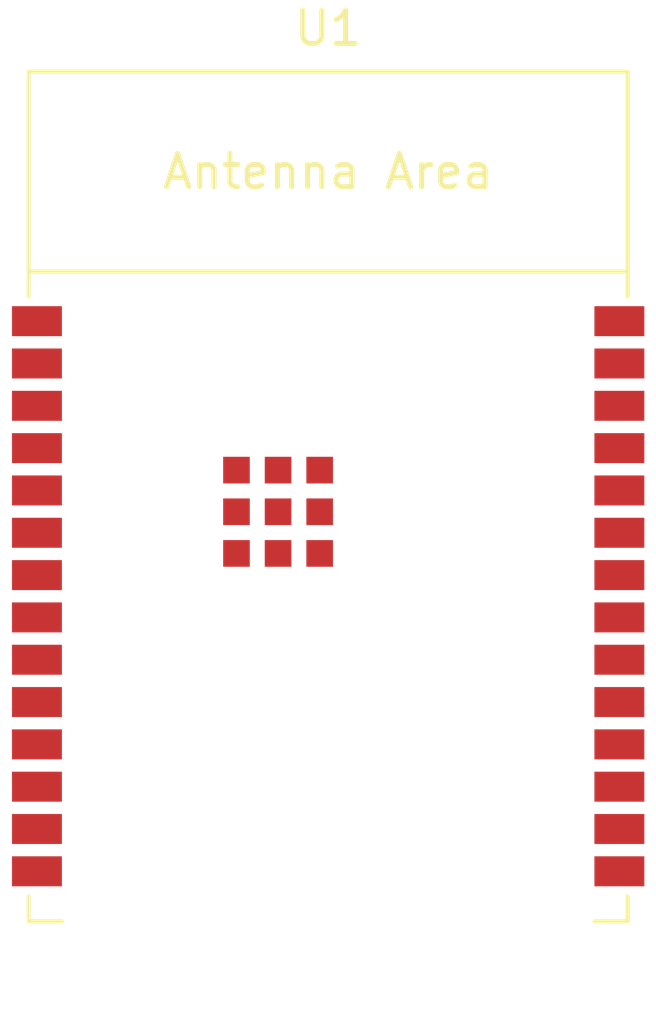
<source format=kicad_pcb>
(kicad_pcb (version 20241229) (generator "pcbnew") (generator_version "9.0")
  (layers (0 "F.Cu" signal) (2 "B.Cu" signal) (13 "F.Paste" user) (15 "B.Paste" user) (5 "F.SilkS" user "F.Silkscreen") (7 "B.SilkS" user "B.Silkscreen") (1 "F.Mask" user) (3 "B.Mask" user) (25 "Edge.Cuts" user))
  (net 0 "")
  (net 1 "Net-(U1-GND-Pad1)")
  (footprint "PCM_Espressif:ESP32-C6-WROOM-1" (layer "F.Cu") (at 149.75 100.25)
    (property "Reference" "U1" (at 0 -17.05 0) (layer "F.SilkS"))
    (property "Value" "ESP32-C6-WROOM-1")
    (fp_line (start -9 -15.75) (end -9 -9) (stroke (width 0.12)) (layer "F.SilkS"))
    (fp_line (start -9 -15.75) (end 9 -15.75) (stroke (width 0.12)) (layer "F.SilkS"))
    (fp_line (start -9 9) (end -9 9.75) (stroke (width 0.12)) (layer "F.SilkS"))
    (fp_line (start -9 9.75) (end -8 9.75) (stroke (width 0.12)) (layer "F.SilkS"))
    (fp_line (start 9 -15.75) (end 9 -9) (stroke (width 0.12)) (layer "F.SilkS"))
    (fp_line (start 9 -9.75) (end -9 -9.75) (stroke (width 0.12)) (layer "F.SilkS"))
    (fp_line (start 9 9) (end 9 9.75) (stroke (width 0.12)) (layer "F.SilkS"))
    (fp_line (start 9 9.75) (end 8 9.75) (stroke (width 0.12)) (layer "F.SilkS"))
    (fp_text user "Antenna Area" (at 0 -12.75 0) (layer "F.SilkS"))
    (pad "1" smd rect (at -8.75 -8.26) (size 1.5 0.9) (layers "F.Cu" "F.Mask" "F.Paste") (net 1 "Net-(U1-GND-Pad1)"))
    (pad "2" smd rect (at -8.75 -6.99) (size 1.5 0.9) (layers "F.Cu" "F.Mask" "F.Paste"))
    (pad "3" smd rect (at -8.75 -5.72) (size 1.5 0.9) (layers "F.Cu" "F.Mask" "F.Paste"))
    (pad "4" smd rect (at -8.75 -4.45) (size 1.5 0.9) (layers "F.Cu" "F.Mask" "F.Paste"))
    (pad "5" smd rect (at -8.75 -3.18) (size 1.5 0.9) (layers "F.Cu" "F.Mask" "F.Paste"))
    (pad "6" smd rect (at -8.75 -1.91) (size 1.5 0.9) (layers "F.Cu" "F.Mask" "F.Paste"))
    (pad "7" smd rect (at -8.75 -0.64) (size 1.5 0.9) (layers "F.Cu" "F.Mask" "F.Paste"))
    (pad "8" smd rect (at -8.75 0.63) (size 1.5 0.9) (layers "F.Cu" "F.Mask" "F.Paste"))
    (pad "9" smd rect (at -8.75 1.9) (size 1.5 0.9) (layers "F.Cu" "F.Mask" "F.Paste"))
    (pad "10" smd rect (at -8.75 3.17) (size 1.5 0.9) (layers "F.Cu" "F.Mask" "F.Paste"))
    (pad "11" smd rect (at -8.75 4.44) (size 1.5 0.9) (layers "F.Cu" "F.Mask" "F.Paste"))
    (pad "12" smd rect (at -8.75 5.71) (size 1.5 0.9) (layers "F.Cu" "F.Mask" "F.Paste"))
    (pad "13" smd rect (at -8.75 6.98) (size 1.5 0.9) (layers "F.Cu" "F.Mask" "F.Paste"))
    (pad "14" smd rect (at -8.75 8.25) (size 1.5 0.9) (layers "F.Cu" "F.Mask" "F.Paste"))
    (pad "15" smd rect (at 8.75 8.25 180) (size 1.5 0.9) (layers "F.Cu" "F.Mask" "F.Paste"))
    (pad "16" smd rect (at 8.75 6.98 180) (size 1.5 0.9) (layers "F.Cu" "F.Mask" "F.Paste"))
    (pad "17" smd rect (at 8.75 5.71 180) (size 1.5 0.9) (layers "F.Cu" "F.Mask" "F.Paste"))
    (pad "18" smd rect (at 8.75 4.44 180) (size 1.5 0.9) (layers "F.Cu" "F.Mask" "F.Paste"))
    (pad "19" smd rect (at 8.75 3.17 180) (size 1.5 0.9) (layers "F.Cu" "F.Mask" "F.Paste"))
    (pad "20" smd rect (at 8.75 1.9 180) (size 1.5 0.9) (layers "F.Cu" "F.Mask" "F.Paste"))
    (pad "21" smd rect (at 8.75 0.63 180) (size 1.5 0.9) (layers "F.Cu" "F.Mask" "F.Paste"))
    (pad "22" smd rect (at 8.75 -0.64 180) (size 1.5 0.9) (layers "F.Cu" "F.Mask" "F.Paste"))
    (pad "23" smd rect (at 8.75 -1.91 180) (size 1.5 0.9) (layers "F.Cu" "F.Mask" "F.Paste"))
    (pad "24" smd rect (at 8.75 -3.18 180) (size 1.5 0.9) (layers "F.Cu" "F.Mask" "F.Paste"))
    (pad "25" smd rect (at 8.75 -4.45 180) (size 1.5 0.9) (layers "F.Cu" "F.Mask" "F.Paste"))
    (pad "26" smd rect (at 8.75 -5.72 180) (size 1.5 0.9) (layers "F.Cu" "F.Mask" "F.Paste"))
    (pad "27" smd rect (at 8.75 -6.99 180) (size 1.5 0.9) (layers "F.Cu" "F.Mask" "F.Paste"))
    (pad "28" smd rect (at 8.75 -8.26 180) (size 1.5 0.9) (layers "F.Cu" "F.Mask" "F.Paste") (net 1 "Net-(U1-GND-Pad1)"))
    (pad "29" smd rect (at -2.755 -3.79 180) (size 0.8 0.8) (layers "F.Cu" "F.Mask" "F.Paste") (net 1 "Net-(U1-GND-Pad1)"))
    (pad "29" smd rect (at -2.755 -2.54 180) (size 0.8 0.8) (layers "F.Cu" "F.Mask" "F.Paste") (net 1 "Net-(U1-GND-Pad1)"))
    (pad "29" smd rect (at -2.755 -1.29 180) (size 0.8 0.8) (layers "F.Cu" "F.Mask" "F.Paste") (net 1 "Net-(U1-GND-Pad1)"))
    (pad "29" smd rect (at -1.505 -3.79 180) (size 0.8 0.8) (layers "F.Cu" "F.Mask" "F.Paste") (net 1 "Net-(U1-GND-Pad1)"))
    (pad "29" smd rect (at -1.505 -2.54 180) (size 0.8 0.8) (layers "F.Cu" "F.Mask" "F.Paste") (net 1 "Net-(U1-GND-Pad1)"))
    (pad "29" smd rect (at -1.505 -1.29 180) (size 0.8 0.8) (layers "F.Cu" "F.Mask" "F.Paste") (net 1 "Net-(U1-GND-Pad1)"))
    (pad "29" smd rect (at -0.255 -3.79 180) (size 0.8 0.8) (layers "F.Cu" "F.Mask" "F.Paste") (net 1 "Net-(U1-GND-Pad1)"))
    (pad "29" smd rect (at -0.255 -2.54 180) (size 0.8 0.8) (layers "F.Cu" "F.Mask" "F.Paste") (net 1 "Net-(U1-GND-Pad1)"))
    (pad "29" smd rect (at -0.255 -1.29 180) (size 0.8 0.8) (layers "F.Cu" "F.Mask" "F.Paste") (net 1 "Net-(U1-GND-Pad1)"))
  )
)
</source>
